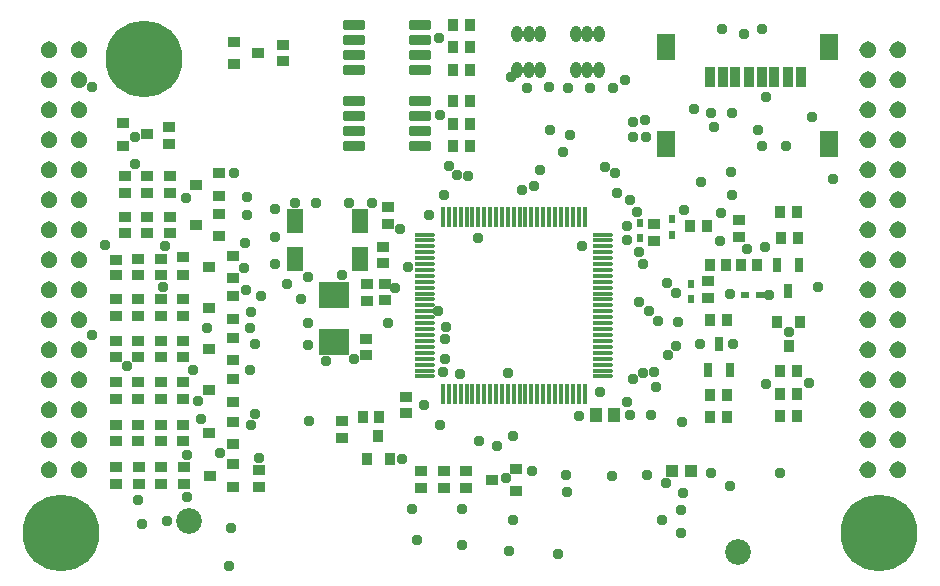
<source format=gts>
G04*
G04 #@! TF.GenerationSoftware,Altium Limited,Altium Designer,21.8.1 (53)*
G04*
G04 Layer_Color=8388736*
%FSLAX23Y23*%
%MOIN*%
G70*
G04*
G04 #@! TF.SameCoordinates,8759A3D8-4CB3-4D4E-AE8C-DC6529DB4632*
G04*
G04*
G04 #@! TF.FilePolarity,Negative*
G04*
G01*
G75*
%ADD30R,0.039X0.039*%
%ADD43R,0.041X0.045*%
%ADD44O,0.067X0.016*%
%ADD45O,0.016X0.067*%
%ADD46R,0.041X0.037*%
%ADD47R,0.041X0.037*%
%ADD48R,0.037X0.041*%
%ADD49R,0.037X0.041*%
%ADD50R,0.037X0.065*%
%ADD51R,0.063X0.085*%
%ADD52R,0.025X0.022*%
%ADD53R,0.022X0.025*%
%ADD54R,0.030X0.051*%
%ADD55R,0.057X0.081*%
%ADD56R,0.100X0.085*%
G04:AMPARAMS|DCode=57|XSize=32mil|YSize=71mil|CornerRadius=5mil|HoleSize=0mil|Usage=FLASHONLY|Rotation=270.000|XOffset=0mil|YOffset=0mil|HoleType=Round|Shape=RoundedRectangle|*
%AMROUNDEDRECTD57*
21,1,0.032,0.061,0,0,270.0*
21,1,0.022,0.071,0,0,270.0*
1,1,0.010,-0.031,-0.011*
1,1,0.010,-0.031,0.011*
1,1,0.010,0.031,0.011*
1,1,0.010,0.031,-0.011*
%
%ADD57ROUNDEDRECTD57*%
%ADD58O,0.037X0.055*%
%ADD59C,0.256*%
%ADD60C,0.086*%
%ADD61C,0.037*%
G36*
X743Y4874D02*
X750Y4871D01*
X756Y4867D01*
X760Y4861D01*
X763Y4854D01*
X764Y4847D01*
X763Y4840D01*
X760Y4833D01*
X756Y4827D01*
X750Y4823D01*
X743Y4820D01*
X736Y4819D01*
X729Y4820D01*
X722Y4823D01*
X716Y4827D01*
X712Y4833D01*
X709Y4840D01*
X708Y4847D01*
X709Y4854D01*
X712Y4861D01*
X716Y4867D01*
X722Y4871D01*
X729Y4874D01*
X736Y4875D01*
X743Y4874D01*
D02*
G37*
G36*
X643D02*
X650Y4871D01*
X656Y4867D01*
X660Y4861D01*
X663Y4854D01*
X664Y4847D01*
X663Y4840D01*
X660Y4833D01*
X656Y4827D01*
X650Y4823D01*
X643Y4820D01*
X636Y4819D01*
X629Y4820D01*
X622Y4823D01*
X616Y4827D01*
X612Y4833D01*
X609Y4840D01*
X608Y4847D01*
X609Y4854D01*
X612Y4861D01*
X616Y4867D01*
X622Y4871D01*
X629Y4874D01*
X636Y4875D01*
X643Y4874D01*
D02*
G37*
G36*
X743Y4774D02*
X750Y4771D01*
X756Y4767D01*
X760Y4761D01*
X763Y4754D01*
X764Y4747D01*
X763Y4740D01*
X760Y4733D01*
X756Y4727D01*
X750Y4723D01*
X743Y4720D01*
X736Y4719D01*
X729Y4720D01*
X722Y4723D01*
X716Y4727D01*
X712Y4733D01*
X709Y4740D01*
X708Y4747D01*
X709Y4754D01*
X712Y4761D01*
X716Y4767D01*
X722Y4771D01*
X729Y4774D01*
X736Y4775D01*
X743Y4774D01*
D02*
G37*
G36*
X643D02*
X650Y4771D01*
X656Y4767D01*
X660Y4761D01*
X663Y4754D01*
X664Y4747D01*
X663Y4740D01*
X660Y4733D01*
X656Y4727D01*
X650Y4723D01*
X643Y4720D01*
X636Y4719D01*
X629Y4720D01*
X622Y4723D01*
X616Y4727D01*
X612Y4733D01*
X609Y4740D01*
X608Y4747D01*
X609Y4754D01*
X612Y4761D01*
X616Y4767D01*
X622Y4771D01*
X629Y4774D01*
X636Y4775D01*
X643Y4774D01*
D02*
G37*
G36*
X743Y4674D02*
X750Y4671D01*
X756Y4667D01*
X760Y4661D01*
X763Y4654D01*
X764Y4647D01*
X763Y4640D01*
X760Y4633D01*
X756Y4627D01*
X750Y4623D01*
X743Y4620D01*
X736Y4619D01*
X729Y4620D01*
X722Y4623D01*
X716Y4627D01*
X712Y4633D01*
X709Y4640D01*
X708Y4647D01*
X709Y4654D01*
X712Y4661D01*
X716Y4667D01*
X722Y4671D01*
X729Y4674D01*
X736Y4675D01*
X743Y4674D01*
D02*
G37*
G36*
X643D02*
X650Y4671D01*
X656Y4667D01*
X660Y4661D01*
X663Y4654D01*
X664Y4647D01*
X663Y4640D01*
X660Y4633D01*
X656Y4627D01*
X650Y4623D01*
X643Y4620D01*
X636Y4619D01*
X629Y4620D01*
X622Y4623D01*
X616Y4627D01*
X612Y4633D01*
X609Y4640D01*
X608Y4647D01*
X609Y4654D01*
X612Y4661D01*
X616Y4667D01*
X622Y4671D01*
X629Y4674D01*
X636Y4675D01*
X643Y4674D01*
D02*
G37*
G36*
X743Y4574D02*
X750Y4571D01*
X756Y4567D01*
X760Y4561D01*
X763Y4554D01*
X764Y4547D01*
X763Y4540D01*
X760Y4533D01*
X756Y4527D01*
X750Y4523D01*
X743Y4520D01*
X736Y4519D01*
X729Y4520D01*
X722Y4523D01*
X716Y4527D01*
X712Y4533D01*
X709Y4540D01*
X708Y4547D01*
X709Y4554D01*
X712Y4561D01*
X716Y4567D01*
X722Y4571D01*
X729Y4574D01*
X736Y4575D01*
X743Y4574D01*
D02*
G37*
G36*
X643D02*
X650Y4571D01*
X656Y4567D01*
X660Y4561D01*
X663Y4554D01*
X664Y4547D01*
X663Y4540D01*
X660Y4533D01*
X656Y4527D01*
X650Y4523D01*
X643Y4520D01*
X636Y4519D01*
X629Y4520D01*
X622Y4523D01*
X616Y4527D01*
X612Y4533D01*
X609Y4540D01*
X608Y4547D01*
X609Y4554D01*
X612Y4561D01*
X616Y4567D01*
X622Y4571D01*
X629Y4574D01*
X636Y4575D01*
X643Y4574D01*
D02*
G37*
G36*
X743Y4474D02*
X750Y4471D01*
X756Y4467D01*
X760Y4461D01*
X763Y4454D01*
X764Y4447D01*
X763Y4440D01*
X760Y4433D01*
X756Y4427D01*
X750Y4423D01*
X743Y4420D01*
X736Y4419D01*
X729Y4420D01*
X722Y4423D01*
X716Y4427D01*
X712Y4433D01*
X709Y4440D01*
X708Y4447D01*
X709Y4454D01*
X712Y4461D01*
X716Y4467D01*
X722Y4471D01*
X729Y4474D01*
X736Y4475D01*
X743Y4474D01*
D02*
G37*
G36*
X643D02*
X650Y4471D01*
X656Y4467D01*
X660Y4461D01*
X663Y4454D01*
X664Y4447D01*
X663Y4440D01*
X660Y4433D01*
X656Y4427D01*
X650Y4423D01*
X643Y4420D01*
X636Y4419D01*
X629Y4420D01*
X622Y4423D01*
X616Y4427D01*
X612Y4433D01*
X609Y4440D01*
X608Y4447D01*
X609Y4454D01*
X612Y4461D01*
X616Y4467D01*
X622Y4471D01*
X629Y4474D01*
X636Y4475D01*
X643Y4474D01*
D02*
G37*
G36*
X743Y4374D02*
X750Y4371D01*
X756Y4367D01*
X760Y4361D01*
X763Y4354D01*
X764Y4347D01*
X763Y4340D01*
X760Y4333D01*
X756Y4327D01*
X750Y4323D01*
X743Y4320D01*
X736Y4319D01*
X729Y4320D01*
X722Y4323D01*
X716Y4327D01*
X712Y4333D01*
X709Y4340D01*
X708Y4347D01*
X709Y4354D01*
X712Y4361D01*
X716Y4367D01*
X722Y4371D01*
X729Y4374D01*
X736Y4375D01*
X743Y4374D01*
D02*
G37*
G36*
X643D02*
X650Y4371D01*
X656Y4367D01*
X660Y4361D01*
X663Y4354D01*
X664Y4347D01*
X663Y4340D01*
X660Y4333D01*
X656Y4327D01*
X650Y4323D01*
X643Y4320D01*
X636Y4319D01*
X629Y4320D01*
X622Y4323D01*
X616Y4327D01*
X612Y4333D01*
X609Y4340D01*
X608Y4347D01*
X609Y4354D01*
X612Y4361D01*
X616Y4367D01*
X622Y4371D01*
X629Y4374D01*
X636Y4375D01*
X643Y4374D01*
D02*
G37*
G36*
X743Y4274D02*
X750Y4271D01*
X756Y4267D01*
X760Y4261D01*
X763Y4254D01*
X764Y4247D01*
X763Y4240D01*
X760Y4233D01*
X756Y4227D01*
X750Y4223D01*
X743Y4220D01*
X736Y4219D01*
X729Y4220D01*
X722Y4223D01*
X716Y4227D01*
X712Y4233D01*
X709Y4240D01*
X708Y4247D01*
X709Y4254D01*
X712Y4261D01*
X716Y4267D01*
X722Y4271D01*
X729Y4274D01*
X736Y4275D01*
X743Y4274D01*
D02*
G37*
G36*
X643D02*
X650Y4271D01*
X656Y4267D01*
X660Y4261D01*
X663Y4254D01*
X664Y4247D01*
X663Y4240D01*
X660Y4233D01*
X656Y4227D01*
X650Y4223D01*
X643Y4220D01*
X636Y4219D01*
X629Y4220D01*
X622Y4223D01*
X616Y4227D01*
X612Y4233D01*
X609Y4240D01*
X608Y4247D01*
X609Y4254D01*
X612Y4261D01*
X616Y4267D01*
X622Y4271D01*
X629Y4274D01*
X636Y4275D01*
X643Y4274D01*
D02*
G37*
G36*
X743Y4174D02*
X750Y4171D01*
X756Y4167D01*
X760Y4161D01*
X763Y4154D01*
X764Y4147D01*
X763Y4140D01*
X760Y4133D01*
X756Y4127D01*
X750Y4123D01*
X743Y4120D01*
X736Y4119D01*
X729Y4120D01*
X722Y4123D01*
X716Y4127D01*
X712Y4133D01*
X709Y4140D01*
X708Y4147D01*
X709Y4154D01*
X712Y4161D01*
X716Y4167D01*
X722Y4171D01*
X729Y4174D01*
X736Y4175D01*
X743Y4174D01*
D02*
G37*
G36*
X643D02*
X650Y4171D01*
X656Y4167D01*
X660Y4161D01*
X663Y4154D01*
X664Y4147D01*
X663Y4140D01*
X660Y4133D01*
X656Y4127D01*
X650Y4123D01*
X643Y4120D01*
X636Y4119D01*
X629Y4120D01*
X622Y4123D01*
X616Y4127D01*
X612Y4133D01*
X609Y4140D01*
X608Y4147D01*
X609Y4154D01*
X612Y4161D01*
X616Y4167D01*
X622Y4171D01*
X629Y4174D01*
X636Y4175D01*
X643Y4174D01*
D02*
G37*
G36*
X743Y4074D02*
X750Y4071D01*
X756Y4067D01*
X760Y4061D01*
X763Y4054D01*
X764Y4047D01*
X763Y4040D01*
X760Y4033D01*
X756Y4027D01*
X750Y4023D01*
X743Y4020D01*
X736Y4019D01*
X729Y4020D01*
X722Y4023D01*
X716Y4027D01*
X712Y4033D01*
X709Y4040D01*
X708Y4047D01*
X709Y4054D01*
X712Y4061D01*
X716Y4067D01*
X722Y4071D01*
X729Y4074D01*
X736Y4075D01*
X743Y4074D01*
D02*
G37*
G36*
X643D02*
X650Y4071D01*
X656Y4067D01*
X660Y4061D01*
X663Y4054D01*
X664Y4047D01*
X663Y4040D01*
X660Y4033D01*
X656Y4027D01*
X650Y4023D01*
X643Y4020D01*
X636Y4019D01*
X629Y4020D01*
X622Y4023D01*
X616Y4027D01*
X612Y4033D01*
X609Y4040D01*
X608Y4047D01*
X609Y4054D01*
X612Y4061D01*
X616Y4067D01*
X622Y4071D01*
X629Y4074D01*
X636Y4075D01*
X643Y4074D01*
D02*
G37*
G36*
X743Y3974D02*
X750Y3971D01*
X756Y3967D01*
X760Y3961D01*
X763Y3954D01*
X764Y3947D01*
X763Y3940D01*
X760Y3933D01*
X756Y3927D01*
X750Y3923D01*
X743Y3920D01*
X736Y3919D01*
X729Y3920D01*
X722Y3923D01*
X716Y3927D01*
X712Y3933D01*
X709Y3940D01*
X708Y3947D01*
X709Y3954D01*
X712Y3961D01*
X716Y3967D01*
X722Y3971D01*
X729Y3974D01*
X736Y3975D01*
X743Y3974D01*
D02*
G37*
G36*
X643D02*
X650Y3971D01*
X656Y3967D01*
X660Y3961D01*
X663Y3954D01*
X664Y3947D01*
X663Y3940D01*
X660Y3933D01*
X656Y3927D01*
X650Y3923D01*
X643Y3920D01*
X636Y3919D01*
X629Y3920D01*
X622Y3923D01*
X616Y3927D01*
X612Y3933D01*
X609Y3940D01*
X608Y3947D01*
X609Y3954D01*
X612Y3961D01*
X616Y3967D01*
X622Y3971D01*
X629Y3974D01*
X636Y3975D01*
X643Y3974D01*
D02*
G37*
G36*
X743Y3874D02*
X750Y3871D01*
X756Y3867D01*
X760Y3861D01*
X763Y3854D01*
X764Y3847D01*
X763Y3840D01*
X760Y3833D01*
X756Y3827D01*
X750Y3823D01*
X743Y3820D01*
X736Y3819D01*
X729Y3820D01*
X722Y3823D01*
X716Y3827D01*
X712Y3833D01*
X709Y3840D01*
X708Y3847D01*
X709Y3854D01*
X712Y3861D01*
X716Y3867D01*
X722Y3871D01*
X729Y3874D01*
X736Y3875D01*
X743Y3874D01*
D02*
G37*
G36*
X643D02*
X650Y3871D01*
X656Y3867D01*
X660Y3861D01*
X663Y3854D01*
X664Y3847D01*
X663Y3840D01*
X660Y3833D01*
X656Y3827D01*
X650Y3823D01*
X643Y3820D01*
X636Y3819D01*
X629Y3820D01*
X622Y3823D01*
X616Y3827D01*
X612Y3833D01*
X609Y3840D01*
X608Y3847D01*
X609Y3854D01*
X612Y3861D01*
X616Y3867D01*
X622Y3871D01*
X629Y3874D01*
X636Y3875D01*
X643Y3874D01*
D02*
G37*
G36*
X743Y3774D02*
X750Y3771D01*
X756Y3767D01*
X760Y3761D01*
X763Y3754D01*
X764Y3747D01*
X763Y3740D01*
X760Y3733D01*
X756Y3727D01*
X750Y3723D01*
X743Y3720D01*
X736Y3719D01*
X729Y3720D01*
X722Y3723D01*
X716Y3727D01*
X712Y3733D01*
X709Y3740D01*
X708Y3747D01*
X709Y3754D01*
X712Y3761D01*
X716Y3767D01*
X722Y3771D01*
X729Y3774D01*
X736Y3775D01*
X743Y3774D01*
D02*
G37*
G36*
X643D02*
X650Y3771D01*
X656Y3767D01*
X660Y3761D01*
X663Y3754D01*
X664Y3747D01*
X663Y3740D01*
X660Y3733D01*
X656Y3727D01*
X650Y3723D01*
X643Y3720D01*
X636Y3719D01*
X629Y3720D01*
X622Y3723D01*
X616Y3727D01*
X612Y3733D01*
X609Y3740D01*
X608Y3747D01*
X609Y3754D01*
X612Y3761D01*
X616Y3767D01*
X622Y3771D01*
X629Y3774D01*
X636Y3775D01*
X643Y3774D01*
D02*
G37*
G36*
X743Y3674D02*
X750Y3671D01*
X756Y3667D01*
X760Y3661D01*
X763Y3654D01*
X764Y3647D01*
X763Y3640D01*
X760Y3633D01*
X756Y3627D01*
X750Y3623D01*
X743Y3620D01*
X736Y3619D01*
X729Y3620D01*
X722Y3623D01*
X716Y3627D01*
X712Y3633D01*
X709Y3640D01*
X708Y3647D01*
X709Y3654D01*
X712Y3661D01*
X716Y3667D01*
X722Y3671D01*
X729Y3674D01*
X736Y3675D01*
X743Y3674D01*
D02*
G37*
G36*
X643D02*
X650Y3671D01*
X656Y3667D01*
X660Y3661D01*
X663Y3654D01*
X664Y3647D01*
X663Y3640D01*
X660Y3633D01*
X656Y3627D01*
X650Y3623D01*
X643Y3620D01*
X636Y3619D01*
X629Y3620D01*
X622Y3623D01*
X616Y3627D01*
X612Y3633D01*
X609Y3640D01*
X608Y3647D01*
X609Y3654D01*
X612Y3661D01*
X616Y3667D01*
X622Y3671D01*
X629Y3674D01*
X636Y3675D01*
X643Y3674D01*
D02*
G37*
G36*
X743Y3574D02*
X750Y3571D01*
X756Y3567D01*
X760Y3561D01*
X763Y3554D01*
X764Y3547D01*
X763Y3540D01*
X760Y3533D01*
X756Y3527D01*
X750Y3523D01*
X743Y3520D01*
X736Y3519D01*
X729Y3520D01*
X722Y3523D01*
X716Y3527D01*
X712Y3533D01*
X709Y3540D01*
X708Y3547D01*
X709Y3554D01*
X712Y3561D01*
X716Y3567D01*
X722Y3571D01*
X729Y3574D01*
X736Y3575D01*
X743Y3574D01*
D02*
G37*
G36*
X643D02*
X650Y3571D01*
X656Y3567D01*
X660Y3561D01*
X663Y3554D01*
X664Y3547D01*
X663Y3540D01*
X660Y3533D01*
X656Y3527D01*
X650Y3523D01*
X643Y3520D01*
X636Y3519D01*
X629Y3520D01*
X622Y3523D01*
X616Y3527D01*
X612Y3533D01*
X609Y3540D01*
X608Y3547D01*
X609Y3554D01*
X612Y3561D01*
X616Y3567D01*
X622Y3571D01*
X629Y3574D01*
X636Y3575D01*
X643Y3574D01*
D02*
G37*
G36*
X743Y3474D02*
X750Y3471D01*
X756Y3467D01*
X760Y3461D01*
X763Y3454D01*
X764Y3447D01*
X763Y3440D01*
X760Y3433D01*
X756Y3427D01*
X750Y3423D01*
X743Y3420D01*
X736Y3419D01*
X729Y3420D01*
X722Y3423D01*
X716Y3427D01*
X712Y3433D01*
X709Y3440D01*
X708Y3447D01*
X709Y3454D01*
X712Y3461D01*
X716Y3467D01*
X722Y3471D01*
X729Y3474D01*
X736Y3475D01*
X743Y3474D01*
D02*
G37*
G36*
X643D02*
X650Y3471D01*
X656Y3467D01*
X660Y3461D01*
X663Y3454D01*
X664Y3447D01*
X663Y3440D01*
X660Y3433D01*
X656Y3427D01*
X650Y3423D01*
X643Y3420D01*
X636Y3419D01*
X629Y3420D01*
X622Y3423D01*
X616Y3427D01*
X612Y3433D01*
X609Y3440D01*
X608Y3447D01*
X609Y3454D01*
X612Y3461D01*
X616Y3467D01*
X622Y3471D01*
X629Y3474D01*
X636Y3475D01*
X643Y3474D01*
D02*
G37*
G36*
X3472Y4874D02*
X3479Y4871D01*
X3485Y4867D01*
X3489Y4861D01*
X3492Y4854D01*
X3493Y4847D01*
X3492Y4840D01*
X3489Y4833D01*
X3485Y4827D01*
X3479Y4823D01*
X3472Y4820D01*
X3465Y4819D01*
X3458Y4820D01*
X3451Y4823D01*
X3445Y4827D01*
X3441Y4833D01*
X3438Y4840D01*
X3437Y4847D01*
X3438Y4854D01*
X3441Y4861D01*
X3445Y4867D01*
X3451Y4871D01*
X3458Y4874D01*
X3465Y4875D01*
X3472Y4874D01*
D02*
G37*
G36*
X3372D02*
X3379Y4871D01*
X3385Y4867D01*
X3389Y4861D01*
X3392Y4854D01*
X3393Y4847D01*
X3392Y4840D01*
X3389Y4833D01*
X3385Y4827D01*
X3379Y4823D01*
X3372Y4820D01*
X3365Y4819D01*
X3358Y4820D01*
X3351Y4823D01*
X3345Y4827D01*
X3341Y4833D01*
X3338Y4840D01*
X3337Y4847D01*
X3338Y4854D01*
X3341Y4861D01*
X3345Y4867D01*
X3351Y4871D01*
X3358Y4874D01*
X3365Y4875D01*
X3372Y4874D01*
D02*
G37*
G36*
X3472Y4774D02*
X3479Y4771D01*
X3485Y4767D01*
X3489Y4761D01*
X3492Y4754D01*
X3493Y4747D01*
X3492Y4740D01*
X3489Y4733D01*
X3485Y4727D01*
X3479Y4723D01*
X3472Y4720D01*
X3465Y4719D01*
X3458Y4720D01*
X3451Y4723D01*
X3445Y4727D01*
X3441Y4733D01*
X3438Y4740D01*
X3437Y4747D01*
X3438Y4754D01*
X3441Y4761D01*
X3445Y4767D01*
X3451Y4771D01*
X3458Y4774D01*
X3465Y4775D01*
X3472Y4774D01*
D02*
G37*
G36*
X3372D02*
X3379Y4771D01*
X3385Y4767D01*
X3389Y4761D01*
X3392Y4754D01*
X3393Y4747D01*
X3392Y4740D01*
X3389Y4733D01*
X3385Y4727D01*
X3379Y4723D01*
X3372Y4720D01*
X3365Y4719D01*
X3358Y4720D01*
X3351Y4723D01*
X3345Y4727D01*
X3341Y4733D01*
X3338Y4740D01*
X3337Y4747D01*
X3338Y4754D01*
X3341Y4761D01*
X3345Y4767D01*
X3351Y4771D01*
X3358Y4774D01*
X3365Y4775D01*
X3372Y4774D01*
D02*
G37*
G36*
X3472Y4674D02*
X3479Y4671D01*
X3485Y4667D01*
X3489Y4661D01*
X3492Y4654D01*
X3493Y4647D01*
X3492Y4640D01*
X3489Y4633D01*
X3485Y4627D01*
X3479Y4623D01*
X3472Y4620D01*
X3465Y4619D01*
X3458Y4620D01*
X3451Y4623D01*
X3445Y4627D01*
X3441Y4633D01*
X3438Y4640D01*
X3437Y4647D01*
X3438Y4654D01*
X3441Y4661D01*
X3445Y4667D01*
X3451Y4671D01*
X3458Y4674D01*
X3465Y4675D01*
X3472Y4674D01*
D02*
G37*
G36*
X3372D02*
X3379Y4671D01*
X3385Y4667D01*
X3389Y4661D01*
X3392Y4654D01*
X3393Y4647D01*
X3392Y4640D01*
X3389Y4633D01*
X3385Y4627D01*
X3379Y4623D01*
X3372Y4620D01*
X3365Y4619D01*
X3358Y4620D01*
X3351Y4623D01*
X3345Y4627D01*
X3341Y4633D01*
X3338Y4640D01*
X3337Y4647D01*
X3338Y4654D01*
X3341Y4661D01*
X3345Y4667D01*
X3351Y4671D01*
X3358Y4674D01*
X3365Y4675D01*
X3372Y4674D01*
D02*
G37*
G36*
X3472Y4574D02*
X3479Y4571D01*
X3485Y4567D01*
X3489Y4561D01*
X3492Y4554D01*
X3493Y4547D01*
X3492Y4540D01*
X3489Y4533D01*
X3485Y4527D01*
X3479Y4523D01*
X3472Y4520D01*
X3465Y4519D01*
X3458Y4520D01*
X3451Y4523D01*
X3445Y4527D01*
X3441Y4533D01*
X3438Y4540D01*
X3437Y4547D01*
X3438Y4554D01*
X3441Y4561D01*
X3445Y4567D01*
X3451Y4571D01*
X3458Y4574D01*
X3465Y4575D01*
X3472Y4574D01*
D02*
G37*
G36*
X3372D02*
X3379Y4571D01*
X3385Y4567D01*
X3389Y4561D01*
X3392Y4554D01*
X3393Y4547D01*
X3392Y4540D01*
X3389Y4533D01*
X3385Y4527D01*
X3379Y4523D01*
X3372Y4520D01*
X3365Y4519D01*
X3358Y4520D01*
X3351Y4523D01*
X3345Y4527D01*
X3341Y4533D01*
X3338Y4540D01*
X3337Y4547D01*
X3338Y4554D01*
X3341Y4561D01*
X3345Y4567D01*
X3351Y4571D01*
X3358Y4574D01*
X3365Y4575D01*
X3372Y4574D01*
D02*
G37*
G36*
X3472Y4474D02*
X3479Y4471D01*
X3485Y4467D01*
X3489Y4461D01*
X3492Y4454D01*
X3493Y4447D01*
X3492Y4440D01*
X3489Y4433D01*
X3485Y4427D01*
X3479Y4423D01*
X3472Y4420D01*
X3465Y4419D01*
X3458Y4420D01*
X3451Y4423D01*
X3445Y4427D01*
X3441Y4433D01*
X3438Y4440D01*
X3437Y4447D01*
X3438Y4454D01*
X3441Y4461D01*
X3445Y4467D01*
X3451Y4471D01*
X3458Y4474D01*
X3465Y4475D01*
X3472Y4474D01*
D02*
G37*
G36*
X3372D02*
X3379Y4471D01*
X3385Y4467D01*
X3389Y4461D01*
X3392Y4454D01*
X3393Y4447D01*
X3392Y4440D01*
X3389Y4433D01*
X3385Y4427D01*
X3379Y4423D01*
X3372Y4420D01*
X3365Y4419D01*
X3358Y4420D01*
X3351Y4423D01*
X3345Y4427D01*
X3341Y4433D01*
X3338Y4440D01*
X3337Y4447D01*
X3338Y4454D01*
X3341Y4461D01*
X3345Y4467D01*
X3351Y4471D01*
X3358Y4474D01*
X3365Y4475D01*
X3372Y4474D01*
D02*
G37*
G36*
X3472Y4374D02*
X3479Y4371D01*
X3485Y4367D01*
X3489Y4361D01*
X3492Y4354D01*
X3493Y4347D01*
X3492Y4340D01*
X3489Y4333D01*
X3485Y4327D01*
X3479Y4323D01*
X3472Y4320D01*
X3465Y4319D01*
X3458Y4320D01*
X3451Y4323D01*
X3445Y4327D01*
X3441Y4333D01*
X3438Y4340D01*
X3437Y4347D01*
X3438Y4354D01*
X3441Y4361D01*
X3445Y4367D01*
X3451Y4371D01*
X3458Y4374D01*
X3465Y4375D01*
X3472Y4374D01*
D02*
G37*
G36*
X3372D02*
X3379Y4371D01*
X3385Y4367D01*
X3389Y4361D01*
X3392Y4354D01*
X3393Y4347D01*
X3392Y4340D01*
X3389Y4333D01*
X3385Y4327D01*
X3379Y4323D01*
X3372Y4320D01*
X3365Y4319D01*
X3358Y4320D01*
X3351Y4323D01*
X3345Y4327D01*
X3341Y4333D01*
X3338Y4340D01*
X3337Y4347D01*
X3338Y4354D01*
X3341Y4361D01*
X3345Y4367D01*
X3351Y4371D01*
X3358Y4374D01*
X3365Y4375D01*
X3372Y4374D01*
D02*
G37*
G36*
X3472Y4274D02*
X3479Y4271D01*
X3485Y4267D01*
X3489Y4261D01*
X3492Y4254D01*
X3493Y4247D01*
X3492Y4240D01*
X3489Y4233D01*
X3485Y4227D01*
X3479Y4223D01*
X3472Y4220D01*
X3465Y4219D01*
X3458Y4220D01*
X3451Y4223D01*
X3445Y4227D01*
X3441Y4233D01*
X3438Y4240D01*
X3437Y4247D01*
X3438Y4254D01*
X3441Y4261D01*
X3445Y4267D01*
X3451Y4271D01*
X3458Y4274D01*
X3465Y4275D01*
X3472Y4274D01*
D02*
G37*
G36*
X3372D02*
X3379Y4271D01*
X3385Y4267D01*
X3389Y4261D01*
X3392Y4254D01*
X3393Y4247D01*
X3392Y4240D01*
X3389Y4233D01*
X3385Y4227D01*
X3379Y4223D01*
X3372Y4220D01*
X3365Y4219D01*
X3358Y4220D01*
X3351Y4223D01*
X3345Y4227D01*
X3341Y4233D01*
X3338Y4240D01*
X3337Y4247D01*
X3338Y4254D01*
X3341Y4261D01*
X3345Y4267D01*
X3351Y4271D01*
X3358Y4274D01*
X3365Y4275D01*
X3372Y4274D01*
D02*
G37*
G36*
X3472Y4174D02*
X3479Y4171D01*
X3485Y4167D01*
X3489Y4161D01*
X3492Y4154D01*
X3493Y4147D01*
X3492Y4140D01*
X3489Y4133D01*
X3485Y4127D01*
X3479Y4123D01*
X3472Y4120D01*
X3465Y4119D01*
X3458Y4120D01*
X3451Y4123D01*
X3445Y4127D01*
X3441Y4133D01*
X3438Y4140D01*
X3437Y4147D01*
X3438Y4154D01*
X3441Y4161D01*
X3445Y4167D01*
X3451Y4171D01*
X3458Y4174D01*
X3465Y4175D01*
X3472Y4174D01*
D02*
G37*
G36*
X3372D02*
X3379Y4171D01*
X3385Y4167D01*
X3389Y4161D01*
X3392Y4154D01*
X3393Y4147D01*
X3392Y4140D01*
X3389Y4133D01*
X3385Y4127D01*
X3379Y4123D01*
X3372Y4120D01*
X3365Y4119D01*
X3358Y4120D01*
X3351Y4123D01*
X3345Y4127D01*
X3341Y4133D01*
X3338Y4140D01*
X3337Y4147D01*
X3338Y4154D01*
X3341Y4161D01*
X3345Y4167D01*
X3351Y4171D01*
X3358Y4174D01*
X3365Y4175D01*
X3372Y4174D01*
D02*
G37*
G36*
X3472Y4074D02*
X3479Y4071D01*
X3485Y4067D01*
X3489Y4061D01*
X3492Y4054D01*
X3493Y4047D01*
X3492Y4040D01*
X3489Y4033D01*
X3485Y4027D01*
X3479Y4023D01*
X3472Y4020D01*
X3465Y4019D01*
X3458Y4020D01*
X3451Y4023D01*
X3445Y4027D01*
X3441Y4033D01*
X3438Y4040D01*
X3437Y4047D01*
X3438Y4054D01*
X3441Y4061D01*
X3445Y4067D01*
X3451Y4071D01*
X3458Y4074D01*
X3465Y4075D01*
X3472Y4074D01*
D02*
G37*
G36*
X3372D02*
X3379Y4071D01*
X3385Y4067D01*
X3389Y4061D01*
X3392Y4054D01*
X3393Y4047D01*
X3392Y4040D01*
X3389Y4033D01*
X3385Y4027D01*
X3379Y4023D01*
X3372Y4020D01*
X3365Y4019D01*
X3358Y4020D01*
X3351Y4023D01*
X3345Y4027D01*
X3341Y4033D01*
X3338Y4040D01*
X3337Y4047D01*
X3338Y4054D01*
X3341Y4061D01*
X3345Y4067D01*
X3351Y4071D01*
X3358Y4074D01*
X3365Y4075D01*
X3372Y4074D01*
D02*
G37*
G36*
X3472Y3974D02*
X3479Y3971D01*
X3485Y3967D01*
X3489Y3961D01*
X3492Y3954D01*
X3493Y3947D01*
X3492Y3940D01*
X3489Y3933D01*
X3485Y3927D01*
X3479Y3923D01*
X3472Y3920D01*
X3465Y3919D01*
X3458Y3920D01*
X3451Y3923D01*
X3445Y3927D01*
X3441Y3933D01*
X3438Y3940D01*
X3437Y3947D01*
X3438Y3954D01*
X3441Y3961D01*
X3445Y3967D01*
X3451Y3971D01*
X3458Y3974D01*
X3465Y3975D01*
X3472Y3974D01*
D02*
G37*
G36*
X3372D02*
X3379Y3971D01*
X3385Y3967D01*
X3389Y3961D01*
X3392Y3954D01*
X3393Y3947D01*
X3392Y3940D01*
X3389Y3933D01*
X3385Y3927D01*
X3379Y3923D01*
X3372Y3920D01*
X3365Y3919D01*
X3358Y3920D01*
X3351Y3923D01*
X3345Y3927D01*
X3341Y3933D01*
X3338Y3940D01*
X3337Y3947D01*
X3338Y3954D01*
X3341Y3961D01*
X3345Y3967D01*
X3351Y3971D01*
X3358Y3974D01*
X3365Y3975D01*
X3372Y3974D01*
D02*
G37*
G36*
X3472Y3874D02*
X3479Y3871D01*
X3485Y3867D01*
X3489Y3861D01*
X3492Y3854D01*
X3493Y3847D01*
X3492Y3840D01*
X3489Y3833D01*
X3485Y3827D01*
X3479Y3823D01*
X3472Y3820D01*
X3465Y3819D01*
X3458Y3820D01*
X3451Y3823D01*
X3445Y3827D01*
X3441Y3833D01*
X3438Y3840D01*
X3437Y3847D01*
X3438Y3854D01*
X3441Y3861D01*
X3445Y3867D01*
X3451Y3871D01*
X3458Y3874D01*
X3465Y3875D01*
X3472Y3874D01*
D02*
G37*
G36*
X3372D02*
X3379Y3871D01*
X3385Y3867D01*
X3389Y3861D01*
X3392Y3854D01*
X3393Y3847D01*
X3392Y3840D01*
X3389Y3833D01*
X3385Y3827D01*
X3379Y3823D01*
X3372Y3820D01*
X3365Y3819D01*
X3358Y3820D01*
X3351Y3823D01*
X3345Y3827D01*
X3341Y3833D01*
X3338Y3840D01*
X3337Y3847D01*
X3338Y3854D01*
X3341Y3861D01*
X3345Y3867D01*
X3351Y3871D01*
X3358Y3874D01*
X3365Y3875D01*
X3372Y3874D01*
D02*
G37*
G36*
X3472Y3774D02*
X3479Y3771D01*
X3485Y3767D01*
X3489Y3761D01*
X3492Y3754D01*
X3493Y3747D01*
X3492Y3740D01*
X3489Y3733D01*
X3485Y3727D01*
X3479Y3723D01*
X3472Y3720D01*
X3465Y3719D01*
X3458Y3720D01*
X3451Y3723D01*
X3445Y3727D01*
X3441Y3733D01*
X3438Y3740D01*
X3437Y3747D01*
X3438Y3754D01*
X3441Y3761D01*
X3445Y3767D01*
X3451Y3771D01*
X3458Y3774D01*
X3465Y3775D01*
X3472Y3774D01*
D02*
G37*
G36*
X3372D02*
X3379Y3771D01*
X3385Y3767D01*
X3389Y3761D01*
X3392Y3754D01*
X3393Y3747D01*
X3392Y3740D01*
X3389Y3733D01*
X3385Y3727D01*
X3379Y3723D01*
X3372Y3720D01*
X3365Y3719D01*
X3358Y3720D01*
X3351Y3723D01*
X3345Y3727D01*
X3341Y3733D01*
X3338Y3740D01*
X3337Y3747D01*
X3338Y3754D01*
X3341Y3761D01*
X3345Y3767D01*
X3351Y3771D01*
X3358Y3774D01*
X3365Y3775D01*
X3372Y3774D01*
D02*
G37*
G36*
X3472Y3674D02*
X3479Y3671D01*
X3485Y3667D01*
X3489Y3661D01*
X3492Y3654D01*
X3493Y3647D01*
X3492Y3640D01*
X3489Y3633D01*
X3485Y3627D01*
X3479Y3623D01*
X3472Y3620D01*
X3465Y3619D01*
X3458Y3620D01*
X3451Y3623D01*
X3445Y3627D01*
X3441Y3633D01*
X3438Y3640D01*
X3437Y3647D01*
X3438Y3654D01*
X3441Y3661D01*
X3445Y3667D01*
X3451Y3671D01*
X3458Y3674D01*
X3465Y3675D01*
X3472Y3674D01*
D02*
G37*
G36*
X3372D02*
X3379Y3671D01*
X3385Y3667D01*
X3389Y3661D01*
X3392Y3654D01*
X3393Y3647D01*
X3392Y3640D01*
X3389Y3633D01*
X3385Y3627D01*
X3379Y3623D01*
X3372Y3620D01*
X3365Y3619D01*
X3358Y3620D01*
X3351Y3623D01*
X3345Y3627D01*
X3341Y3633D01*
X3338Y3640D01*
X3337Y3647D01*
X3338Y3654D01*
X3341Y3661D01*
X3345Y3667D01*
X3351Y3671D01*
X3358Y3674D01*
X3365Y3675D01*
X3372Y3674D01*
D02*
G37*
G36*
X3472Y3574D02*
X3479Y3571D01*
X3485Y3567D01*
X3489Y3561D01*
X3492Y3554D01*
X3493Y3547D01*
X3492Y3540D01*
X3489Y3533D01*
X3485Y3527D01*
X3479Y3523D01*
X3472Y3520D01*
X3465Y3519D01*
X3458Y3520D01*
X3451Y3523D01*
X3445Y3527D01*
X3441Y3533D01*
X3438Y3540D01*
X3437Y3547D01*
X3438Y3554D01*
X3441Y3561D01*
X3445Y3567D01*
X3451Y3571D01*
X3458Y3574D01*
X3465Y3575D01*
X3472Y3574D01*
D02*
G37*
G36*
X3372D02*
X3379Y3571D01*
X3385Y3567D01*
X3389Y3561D01*
X3392Y3554D01*
X3393Y3547D01*
X3392Y3540D01*
X3389Y3533D01*
X3385Y3527D01*
X3379Y3523D01*
X3372Y3520D01*
X3365Y3519D01*
X3358Y3520D01*
X3351Y3523D01*
X3345Y3527D01*
X3341Y3533D01*
X3338Y3540D01*
X3337Y3547D01*
X3338Y3554D01*
X3341Y3561D01*
X3345Y3567D01*
X3351Y3571D01*
X3358Y3574D01*
X3365Y3575D01*
X3372Y3574D01*
D02*
G37*
G36*
X3472Y3474D02*
X3479Y3471D01*
X3485Y3467D01*
X3489Y3461D01*
X3492Y3454D01*
X3493Y3447D01*
X3492Y3440D01*
X3489Y3433D01*
X3485Y3427D01*
X3479Y3423D01*
X3472Y3420D01*
X3465Y3419D01*
X3458Y3420D01*
X3451Y3423D01*
X3445Y3427D01*
X3441Y3433D01*
X3438Y3440D01*
X3437Y3447D01*
X3438Y3454D01*
X3441Y3461D01*
X3445Y3467D01*
X3451Y3471D01*
X3458Y3474D01*
X3465Y3475D01*
X3472Y3474D01*
D02*
G37*
G36*
X3372D02*
X3379Y3471D01*
X3385Y3467D01*
X3389Y3461D01*
X3392Y3454D01*
X3393Y3447D01*
X3392Y3440D01*
X3389Y3433D01*
X3385Y3427D01*
X3379Y3423D01*
X3372Y3420D01*
X3365Y3419D01*
X3358Y3420D01*
X3351Y3423D01*
X3345Y3427D01*
X3341Y3433D01*
X3338Y3440D01*
X3337Y3447D01*
X3338Y3454D01*
X3341Y3461D01*
X3345Y3467D01*
X3351Y3471D01*
X3358Y3474D01*
X3365Y3475D01*
X3372Y3474D01*
D02*
G37*
D30*
X2711Y3442D02*
D03*
X2777D02*
D03*
D43*
X2520Y3630D02*
D03*
X2458D02*
D03*
D44*
X1889Y4231D02*
D03*
Y4212D02*
D03*
Y4192D02*
D03*
Y4172D02*
D03*
Y4152D02*
D03*
Y4133D02*
D03*
Y4113D02*
D03*
Y4093D02*
D03*
Y4074D02*
D03*
Y4054D02*
D03*
Y4034D02*
D03*
Y4015D02*
D03*
Y3995D02*
D03*
Y3975D02*
D03*
Y3956D02*
D03*
Y3936D02*
D03*
Y3916D02*
D03*
Y3897D02*
D03*
Y3877D02*
D03*
Y3857D02*
D03*
Y3838D02*
D03*
Y3818D02*
D03*
Y3798D02*
D03*
Y3778D02*
D03*
Y3759D02*
D03*
X2481D02*
D03*
Y3778D02*
D03*
Y3798D02*
D03*
Y3818D02*
D03*
Y3838D02*
D03*
Y3857D02*
D03*
Y3877D02*
D03*
Y3897D02*
D03*
Y3916D02*
D03*
Y3936D02*
D03*
Y3956D02*
D03*
Y3975D02*
D03*
Y3995D02*
D03*
Y4015D02*
D03*
Y4034D02*
D03*
Y4054D02*
D03*
Y4074D02*
D03*
Y4093D02*
D03*
Y4113D02*
D03*
Y4133D02*
D03*
Y4152D02*
D03*
Y4172D02*
D03*
Y4192D02*
D03*
Y4212D02*
D03*
Y4231D02*
D03*
D45*
X1949Y3699D02*
D03*
X1968D02*
D03*
X1988D02*
D03*
X2008D02*
D03*
X2028D02*
D03*
X2047D02*
D03*
X2067D02*
D03*
X2087D02*
D03*
X2106D02*
D03*
X2126D02*
D03*
X2146D02*
D03*
X2165D02*
D03*
X2185D02*
D03*
X2205D02*
D03*
X2224D02*
D03*
X2244D02*
D03*
X2264D02*
D03*
X2283D02*
D03*
X2303D02*
D03*
X2323D02*
D03*
X2342D02*
D03*
X2362D02*
D03*
X2382D02*
D03*
X2402D02*
D03*
X2421D02*
D03*
Y4291D02*
D03*
X2402D02*
D03*
X2382D02*
D03*
X2362D02*
D03*
X2342D02*
D03*
X2323D02*
D03*
X2303D02*
D03*
X2283D02*
D03*
X2264D02*
D03*
X2244D02*
D03*
X2224D02*
D03*
X2205D02*
D03*
X2185D02*
D03*
X2165D02*
D03*
X2146D02*
D03*
X2126D02*
D03*
X2106D02*
D03*
X2087D02*
D03*
X2067D02*
D03*
X2047D02*
D03*
X2028D02*
D03*
X2008D02*
D03*
X1988D02*
D03*
X1968D02*
D03*
X1949D02*
D03*
D46*
X962Y4566D02*
D03*
X884Y4528D02*
D03*
Y4603D02*
D03*
X1331Y4837D02*
D03*
X1253Y4799D02*
D03*
Y4874D02*
D03*
X1125Y4263D02*
D03*
X1203Y4300D02*
D03*
Y4226D02*
D03*
X1248Y3812D02*
D03*
Y3887D02*
D03*
X1170Y3849D02*
D03*
X1248Y3674D02*
D03*
Y3749D02*
D03*
X1170Y3712D02*
D03*
X1249Y3391D02*
D03*
Y3465D02*
D03*
X1171Y3428D02*
D03*
X1249Y3533D02*
D03*
Y3607D02*
D03*
X1170Y3570D02*
D03*
X1248Y3951D02*
D03*
Y4026D02*
D03*
X1169Y3988D02*
D03*
X1248Y4086D02*
D03*
Y4160D02*
D03*
X1170Y4123D02*
D03*
X2191Y3377D02*
D03*
Y3451D02*
D03*
X2112Y3414D02*
D03*
X1203Y4361D02*
D03*
Y4435D02*
D03*
X1125Y4398D02*
D03*
D47*
X1036Y4589D02*
D03*
Y4534D02*
D03*
X1417Y4864D02*
D03*
Y4809D02*
D03*
X1611Y3554D02*
D03*
Y3610D02*
D03*
X1826Y3635D02*
D03*
Y3690D02*
D03*
X2831Y4021D02*
D03*
Y4076D02*
D03*
X2935Y4279D02*
D03*
Y4223D02*
D03*
X2654Y4211D02*
D03*
Y4266D02*
D03*
X1750Y4135D02*
D03*
Y4190D02*
D03*
X1757Y4068D02*
D03*
Y4013D02*
D03*
X1766Y4267D02*
D03*
Y4322D02*
D03*
X1695Y4066D02*
D03*
Y4010D02*
D03*
X1692Y3829D02*
D03*
Y3884D02*
D03*
X858Y3961D02*
D03*
Y4016D02*
D03*
X859Y4148D02*
D03*
Y4095D02*
D03*
X859Y3684D02*
D03*
Y3739D02*
D03*
Y3822D02*
D03*
Y3877D02*
D03*
X859Y3542D02*
D03*
Y3598D02*
D03*
X860Y3400D02*
D03*
Y3456D02*
D03*
X889Y4426D02*
D03*
Y4370D02*
D03*
X889Y4291D02*
D03*
Y4235D02*
D03*
X933Y3961D02*
D03*
Y4016D02*
D03*
X934Y4151D02*
D03*
Y4095D02*
D03*
X934Y3684D02*
D03*
Y3739D02*
D03*
Y3822D02*
D03*
Y3877D02*
D03*
X934Y3542D02*
D03*
Y3598D02*
D03*
X935Y3400D02*
D03*
Y3456D02*
D03*
X1008Y4016D02*
D03*
Y3961D02*
D03*
X1009Y3739D02*
D03*
Y3684D02*
D03*
Y3877D02*
D03*
Y3822D02*
D03*
X1009Y3598D02*
D03*
Y3542D02*
D03*
X1010Y3456D02*
D03*
Y3400D02*
D03*
X1039Y4235D02*
D03*
Y4291D02*
D03*
Y4426D02*
D03*
Y4370D02*
D03*
X1084Y4158D02*
D03*
Y4095D02*
D03*
X1335Y3445D02*
D03*
Y3389D02*
D03*
X1876Y3442D02*
D03*
Y3386D02*
D03*
X2026Y3442D02*
D03*
Y3386D02*
D03*
X964Y4235D02*
D03*
Y4291D02*
D03*
Y4426D02*
D03*
Y4370D02*
D03*
X1009Y4151D02*
D03*
Y4095D02*
D03*
X1083Y4016D02*
D03*
Y3961D02*
D03*
X1084Y3739D02*
D03*
Y3684D02*
D03*
Y3877D02*
D03*
Y3822D02*
D03*
X1084Y3598D02*
D03*
Y3542D02*
D03*
X1085Y3456D02*
D03*
Y3400D02*
D03*
X1951Y3442D02*
D03*
Y3386D02*
D03*
D48*
X1736Y3622D02*
D03*
X1681D02*
D03*
X2942Y4129D02*
D03*
X2997D02*
D03*
X2894Y4129D02*
D03*
X2839D02*
D03*
X2829Y4261D02*
D03*
X2774D02*
D03*
X1984Y4525D02*
D03*
X2040D02*
D03*
X1984Y4675D02*
D03*
X2040D02*
D03*
X1984Y4780D02*
D03*
X2040D02*
D03*
X1984Y4930D02*
D03*
X2040D02*
D03*
X2840Y3623D02*
D03*
X2896D02*
D03*
X2840Y3698D02*
D03*
X2896D02*
D03*
X2896Y3948D02*
D03*
X2840D02*
D03*
X3074Y3625D02*
D03*
X3129D02*
D03*
X3074Y3700D02*
D03*
X3129D02*
D03*
X3130Y4307D02*
D03*
X3074D02*
D03*
X3131Y4221D02*
D03*
X3075D02*
D03*
X2040Y4600D02*
D03*
X1984D02*
D03*
X2040Y4855D02*
D03*
X1984D02*
D03*
X3074Y3775D02*
D03*
X3129D02*
D03*
D49*
X1734Y3560D02*
D03*
X1771Y3482D02*
D03*
X1697D02*
D03*
X3139Y3939D02*
D03*
X3064D02*
D03*
X3102Y3861D02*
D03*
D50*
X3141Y4756D02*
D03*
X3098D02*
D03*
X3054D02*
D03*
X3011D02*
D03*
X2968D02*
D03*
X2924D02*
D03*
X2881D02*
D03*
X2838D02*
D03*
D51*
X2693Y4858D02*
D03*
X3235D02*
D03*
X2693Y4532D02*
D03*
X3235D02*
D03*
D52*
X3007Y4029D02*
D03*
X2955D02*
D03*
D53*
X2607Y4270D02*
D03*
Y4219D02*
D03*
X2777Y4068D02*
D03*
Y4016D02*
D03*
X2713Y4230D02*
D03*
Y4282D02*
D03*
D54*
X3137Y4130D02*
D03*
X3063D02*
D03*
X3100Y4042D02*
D03*
X2831Y3779D02*
D03*
X2905D02*
D03*
X2868Y3867D02*
D03*
D55*
X1672Y4275D02*
D03*
X1456D02*
D03*
X1672Y4149D02*
D03*
X1456D02*
D03*
D56*
X1586Y3872D02*
D03*
Y4030D02*
D03*
D57*
X1651Y4675D02*
D03*
Y4625D02*
D03*
Y4575D02*
D03*
Y4525D02*
D03*
X1873Y4675D02*
D03*
Y4625D02*
D03*
Y4575D02*
D03*
Y4525D02*
D03*
X1651Y4930D02*
D03*
Y4880D02*
D03*
Y4830D02*
D03*
Y4780D02*
D03*
X1873Y4930D02*
D03*
Y4880D02*
D03*
Y4830D02*
D03*
Y4780D02*
D03*
D58*
X2274Y4901D02*
D03*
X2235D02*
D03*
X2196D02*
D03*
Y4779D02*
D03*
X2235D02*
D03*
X2274D02*
D03*
X2469Y4901D02*
D03*
X2430D02*
D03*
X2391D02*
D03*
Y4779D02*
D03*
X2430D02*
D03*
X2469D02*
D03*
D59*
X953Y4816D02*
D03*
X675Y3235D02*
D03*
X3403Y3237D02*
D03*
D60*
X2931Y3174D02*
D03*
X1104Y3277D02*
D03*
D61*
X3250Y4415D02*
D03*
X1788Y4052D02*
D03*
X3023Y4189D02*
D03*
X2961Y4183D02*
D03*
X1959Y3923D02*
D03*
X1933Y3975D02*
D03*
X2806Y3866D02*
D03*
X2474Y3706D02*
D03*
X2401Y3626D02*
D03*
X1948Y3773D02*
D03*
X1956Y3818D02*
D03*
X1956Y3883D02*
D03*
X1028Y3278D02*
D03*
X1141Y3616D02*
D03*
X2953Y4899D02*
D03*
X1342Y4028D02*
D03*
X923Y4555D02*
D03*
Y4467D02*
D03*
X780Y4724D02*
D03*
X2693Y3402D02*
D03*
X1807Y4251D02*
D03*
X1831Y4123D02*
D03*
X1812Y3482D02*
D03*
X1501Y3610D02*
D03*
X1321Y3632D02*
D03*
X1310Y3596D02*
D03*
X1767Y3938D02*
D03*
X1558Y3810D02*
D03*
X1498Y3936D02*
D03*
X1323Y3865D02*
D03*
X1306Y3779D02*
D03*
X3198Y4058D02*
D03*
X3092Y4528D02*
D03*
X2910Y4439D02*
D03*
X2810Y4405D02*
D03*
X2998Y4581D02*
D03*
X3013Y4527D02*
D03*
X3036Y4029D02*
D03*
X2905Y4034D02*
D03*
X2874Y4209D02*
D03*
X2617Y4134D02*
D03*
X2732Y3940D02*
D03*
X780Y3898D02*
D03*
X2230Y4720D02*
D03*
X2177Y4755D02*
D03*
X2214Y4380D02*
D03*
X2252Y4392D02*
D03*
X2307Y4579D02*
D03*
X2348Y4506D02*
D03*
X1297Y4297D02*
D03*
X1885Y3663D02*
D03*
X1864Y3212D02*
D03*
X2334Y3165D02*
D03*
X2168Y3175D02*
D03*
X2012Y3197D02*
D03*
X1654Y3816D02*
D03*
X1611Y4095D02*
D03*
X1308Y3974D02*
D03*
X1306Y3920D02*
D03*
X1714Y4336D02*
D03*
X1635D02*
D03*
X1525D02*
D03*
X1456D02*
D03*
X1389Y4316D02*
D03*
Y4223D02*
D03*
Y4133D02*
D03*
X1498Y4091D02*
D03*
X1429Y4066D02*
D03*
X1477Y4018D02*
D03*
X1498Y3862D02*
D03*
X3026Y4691D02*
D03*
X2911Y4636D02*
D03*
X3178Y4624D02*
D03*
X2844Y4638D02*
D03*
X2786Y4649D02*
D03*
X2622Y4613D02*
D03*
X2489Y4458D02*
D03*
X2853Y4589D02*
D03*
X2627Y4557D02*
D03*
X2582D02*
D03*
X2582Y4608D02*
D03*
X2523Y4438D02*
D03*
X2750Y3369D02*
D03*
X2742Y3314D02*
D03*
X2842Y3437D02*
D03*
X2511Y3425D02*
D03*
X1022Y4192D02*
D03*
X1296Y4355D02*
D03*
X1286Y4121D02*
D03*
X1292Y4048D02*
D03*
X1290Y4202D02*
D03*
X897Y3792D02*
D03*
X2905Y3393D02*
D03*
X1117Y3780D02*
D03*
X2742Y3237D02*
D03*
X2660Y3724D02*
D03*
X2574Y3630D02*
D03*
X2641D02*
D03*
X2595Y4308D02*
D03*
X2754Y4314D02*
D03*
X2912Y4362D02*
D03*
X2877Y4302D02*
D03*
X2573Y4345D02*
D03*
X2528Y4370D02*
D03*
X3170Y3737D02*
D03*
X2726Y3861D02*
D03*
X2665Y3944D02*
D03*
X2654Y3774D02*
D03*
X2636Y3978D02*
D03*
X2601Y4006D02*
D03*
X2697Y4070D02*
D03*
X2725Y4035D02*
D03*
X2616Y3771D02*
D03*
X2582Y3751D02*
D03*
X2562Y3673D02*
D03*
X2679Y3281D02*
D03*
X934Y3346D02*
D03*
X945Y3268D02*
D03*
X2070Y3543D02*
D03*
X2555Y4745D02*
D03*
X2515Y4720D02*
D03*
X1903Y4297D02*
D03*
X2412Y4193D02*
D03*
X2562Y4261D02*
D03*
X1236Y3125D02*
D03*
X1244Y3252D02*
D03*
X2006Y3768D02*
D03*
X1097Y3496D02*
D03*
X1015Y4055D02*
D03*
X2373Y4564D02*
D03*
X3103Y3905D02*
D03*
X2158Y3419D02*
D03*
X1207Y3504D02*
D03*
X1937Y4888D02*
D03*
X1938Y4629D02*
D03*
X1251Y4436D02*
D03*
X1134Y3676D02*
D03*
X1847Y3317D02*
D03*
X2013Y3317D02*
D03*
X2878Y4915D02*
D03*
X3012Y4916D02*
D03*
X1953Y4364D02*
D03*
X2561Y4213D02*
D03*
X2916Y3866D02*
D03*
X3026Y3733D02*
D03*
X2745Y3608D02*
D03*
X3074Y3436D02*
D03*
X2629Y3429D02*
D03*
X2182Y3560D02*
D03*
X2129Y3525D02*
D03*
X2361Y3373D02*
D03*
X2246Y3444D02*
D03*
X2181Y3281D02*
D03*
X1096Y3355D02*
D03*
X1162Y3920D02*
D03*
X1091Y4352D02*
D03*
X2699Y3831D02*
D03*
X2274Y4448D02*
D03*
X823Y4198D02*
D03*
X2359Y3431D02*
D03*
X1939Y3597D02*
D03*
X2166Y3769D02*
D03*
X2603Y4172D02*
D03*
X1970Y4460D02*
D03*
X2034Y4425D02*
D03*
X1995Y4430D02*
D03*
X2440Y4720D02*
D03*
X2365D02*
D03*
X2301Y4724D02*
D03*
X1336Y3487D02*
D03*
X2067Y4220D02*
D03*
M02*

</source>
